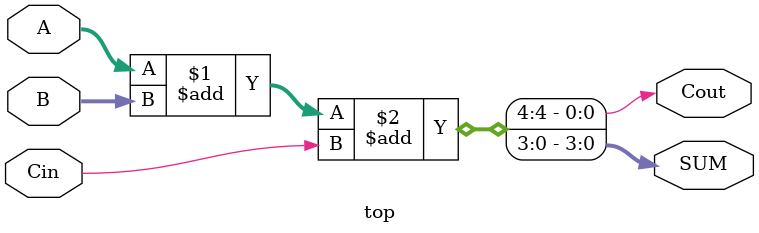
<source format=v>
`timescale 1ns / 1ps


module top(
        input [3:0]A,
        input [3:0]B,
        input Cin,
        output [3:0]SUM,
        output Cout
    );

assign {Cout, SUM[3:0]} = A + B + Cin;

endmodule

</source>
